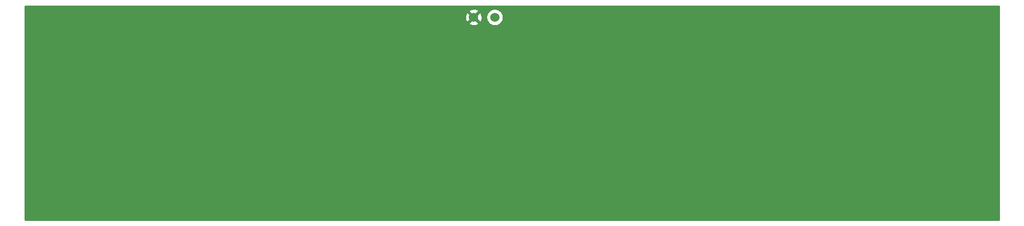
<source format=gbr>
G04 #@! TF.GenerationSoftware,KiCad,Pcbnew,5.1.2-f72e74a~84~ubuntu18.04.1*
G04 #@! TF.CreationDate,2019-11-25T11:50:28+01:00*
G04 #@! TF.ProjectId,match_attenuator,6d617463-685f-4617-9474-656e7561746f,rev?*
G04 #@! TF.SameCoordinates,Original*
G04 #@! TF.FileFunction,Copper,L2,Bot*
G04 #@! TF.FilePolarity,Positive*
%FSLAX46Y46*%
G04 Gerber Fmt 4.6, Leading zero omitted, Abs format (unit mm)*
G04 Created by KiCad (PCBNEW 5.1.2-f72e74a~84~ubuntu18.04.1) date 2019-11-25 11:50:28*
%MOMM*%
%LPD*%
G04 APERTURE LIST*
%ADD10C,1.524000*%
%ADD11C,0.800000*%
%ADD12C,0.254000*%
G04 APERTURE END LIST*
D10*
X143510000Y-109220000D03*
X147010000Y-109220000D03*
D11*
X152400000Y-121920000D03*
X229870000Y-130200000D03*
X228600000Y-130200000D03*
X227330000Y-130200000D03*
X229870000Y-125000000D03*
X228600000Y-125000000D03*
X227330000Y-125000000D03*
X72390000Y-125000000D03*
X71120000Y-125000000D03*
X69850000Y-125000000D03*
X72390000Y-130200000D03*
X71120000Y-130200000D03*
X69850000Y-130200000D03*
X142200000Y-124420000D03*
X144700000Y-122000000D03*
D12*
G36*
X230480000Y-139732418D02*
G01*
X230480001Y-139732428D01*
X230480000Y-142850000D01*
X69240000Y-142850000D01*
X69240000Y-110185565D01*
X142724040Y-110185565D01*
X142791020Y-110425656D01*
X143040048Y-110542756D01*
X143307135Y-110609023D01*
X143582017Y-110621910D01*
X143854133Y-110580922D01*
X144113023Y-110487636D01*
X144228980Y-110425656D01*
X144295960Y-110185565D01*
X143510000Y-109399605D01*
X142724040Y-110185565D01*
X69240000Y-110185565D01*
X69240000Y-109292017D01*
X142108090Y-109292017D01*
X142149078Y-109564133D01*
X142242364Y-109823023D01*
X142304344Y-109938980D01*
X142544435Y-110005960D01*
X143330395Y-109220000D01*
X143689605Y-109220000D01*
X144475565Y-110005960D01*
X144715656Y-109938980D01*
X144832756Y-109689952D01*
X144899023Y-109422865D01*
X144911910Y-109147983D01*
X144902033Y-109082408D01*
X145613000Y-109082408D01*
X145613000Y-109357592D01*
X145666686Y-109627490D01*
X145771995Y-109881727D01*
X145924880Y-110110535D01*
X146119465Y-110305120D01*
X146348273Y-110458005D01*
X146602510Y-110563314D01*
X146872408Y-110617000D01*
X147147592Y-110617000D01*
X147417490Y-110563314D01*
X147671727Y-110458005D01*
X147900535Y-110305120D01*
X148095120Y-110110535D01*
X148248005Y-109881727D01*
X148353314Y-109627490D01*
X148407000Y-109357592D01*
X148407000Y-109082408D01*
X148353314Y-108812510D01*
X148248005Y-108558273D01*
X148095120Y-108329465D01*
X147900535Y-108134880D01*
X147671727Y-107981995D01*
X147417490Y-107876686D01*
X147147592Y-107823000D01*
X146872408Y-107823000D01*
X146602510Y-107876686D01*
X146348273Y-107981995D01*
X146119465Y-108134880D01*
X145924880Y-108329465D01*
X145771995Y-108558273D01*
X145666686Y-108812510D01*
X145613000Y-109082408D01*
X144902033Y-109082408D01*
X144870922Y-108875867D01*
X144777636Y-108616977D01*
X144715656Y-108501020D01*
X144475565Y-108434040D01*
X143689605Y-109220000D01*
X143330395Y-109220000D01*
X142544435Y-108434040D01*
X142304344Y-108501020D01*
X142187244Y-108750048D01*
X142120977Y-109017135D01*
X142108090Y-109292017D01*
X69240000Y-109292017D01*
X69240000Y-108254435D01*
X142724040Y-108254435D01*
X143510000Y-109040395D01*
X144295960Y-108254435D01*
X144228980Y-108014344D01*
X143979952Y-107897244D01*
X143712865Y-107830977D01*
X143437983Y-107818090D01*
X143165867Y-107859078D01*
X142906977Y-107952364D01*
X142791020Y-108014344D01*
X142724040Y-108254435D01*
X69240000Y-108254435D01*
X69240000Y-107340000D01*
X230480001Y-107340000D01*
X230480000Y-139732418D01*
X230480000Y-139732418D01*
G37*
X230480000Y-139732418D02*
X230480001Y-139732428D01*
X230480000Y-142850000D01*
X69240000Y-142850000D01*
X69240000Y-110185565D01*
X142724040Y-110185565D01*
X142791020Y-110425656D01*
X143040048Y-110542756D01*
X143307135Y-110609023D01*
X143582017Y-110621910D01*
X143854133Y-110580922D01*
X144113023Y-110487636D01*
X144228980Y-110425656D01*
X144295960Y-110185565D01*
X143510000Y-109399605D01*
X142724040Y-110185565D01*
X69240000Y-110185565D01*
X69240000Y-109292017D01*
X142108090Y-109292017D01*
X142149078Y-109564133D01*
X142242364Y-109823023D01*
X142304344Y-109938980D01*
X142544435Y-110005960D01*
X143330395Y-109220000D01*
X143689605Y-109220000D01*
X144475565Y-110005960D01*
X144715656Y-109938980D01*
X144832756Y-109689952D01*
X144899023Y-109422865D01*
X144911910Y-109147983D01*
X144902033Y-109082408D01*
X145613000Y-109082408D01*
X145613000Y-109357592D01*
X145666686Y-109627490D01*
X145771995Y-109881727D01*
X145924880Y-110110535D01*
X146119465Y-110305120D01*
X146348273Y-110458005D01*
X146602510Y-110563314D01*
X146872408Y-110617000D01*
X147147592Y-110617000D01*
X147417490Y-110563314D01*
X147671727Y-110458005D01*
X147900535Y-110305120D01*
X148095120Y-110110535D01*
X148248005Y-109881727D01*
X148353314Y-109627490D01*
X148407000Y-109357592D01*
X148407000Y-109082408D01*
X148353314Y-108812510D01*
X148248005Y-108558273D01*
X148095120Y-108329465D01*
X147900535Y-108134880D01*
X147671727Y-107981995D01*
X147417490Y-107876686D01*
X147147592Y-107823000D01*
X146872408Y-107823000D01*
X146602510Y-107876686D01*
X146348273Y-107981995D01*
X146119465Y-108134880D01*
X145924880Y-108329465D01*
X145771995Y-108558273D01*
X145666686Y-108812510D01*
X145613000Y-109082408D01*
X144902033Y-109082408D01*
X144870922Y-108875867D01*
X144777636Y-108616977D01*
X144715656Y-108501020D01*
X144475565Y-108434040D01*
X143689605Y-109220000D01*
X143330395Y-109220000D01*
X142544435Y-108434040D01*
X142304344Y-108501020D01*
X142187244Y-108750048D01*
X142120977Y-109017135D01*
X142108090Y-109292017D01*
X69240000Y-109292017D01*
X69240000Y-108254435D01*
X142724040Y-108254435D01*
X143510000Y-109040395D01*
X144295960Y-108254435D01*
X144228980Y-108014344D01*
X143979952Y-107897244D01*
X143712865Y-107830977D01*
X143437983Y-107818090D01*
X143165867Y-107859078D01*
X142906977Y-107952364D01*
X142791020Y-108014344D01*
X142724040Y-108254435D01*
X69240000Y-108254435D01*
X69240000Y-107340000D01*
X230480001Y-107340000D01*
X230480000Y-139732418D01*
M02*

</source>
